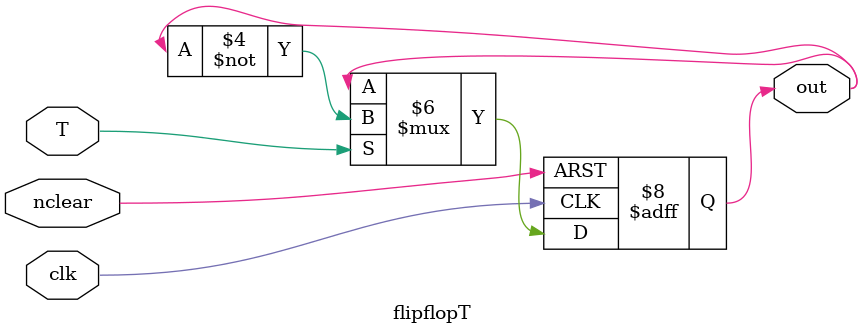
<source format=v>
module flipflopT(
	input T,
	input nclear,
	
	output reg out,
	
	input clk
);
	
	always @(posedge clk or negedge nclear) begin
		
		if (!nclear) begin out <= 1'b0 ;end
		
		else begin		
		
			if (T == 1'b1) begin out <= ~out; end
			else begin out <= out; end
			
		end
		
	end

endmodule

</source>
